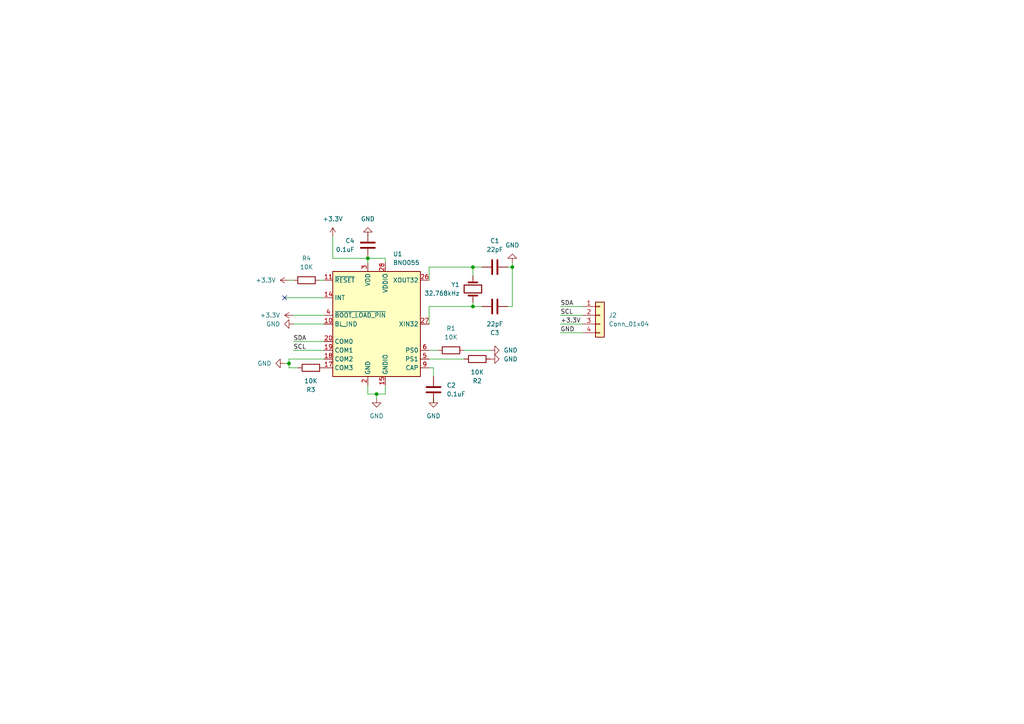
<source format=kicad_sch>
(kicad_sch (version 20230121) (generator eeschema)
  (paper "A4")
  (lib_symbols
    (symbol "Connector_Generic:Conn_01x04" (pin_names (offset 1.016) hide)
      (property "Reference" "J" (at 0 5.08 0))
      (property "Value" "Conn_01x04" (at 0 -7.62 0))
      (symbol "Conn_01x04_1_1"
        (rectangle (start -1.27 -4.953) (end 0 -5.207) (stroke (width 0.1524)))
        (rectangle (start -1.27 -2.413) (end 0 -2.667) (stroke (width 0.1524)))
        (rectangle (start -1.27 0.127) (end 0 -0.127) (stroke (width 0.1524)))
        (rectangle (start -1.27 2.667) (end 0 2.413) (stroke (width 0.1524)))
        (rectangle (start -1.27 3.81) (end 1.27 -6.35) (stroke (width 0.254)) (fill (type background)))
        (pin passive line (at -5.08 2.54 0) (length 3.81) (name "Pin_1") (number "1"))
        (pin passive line (at -5.08 0 0) (length 3.81) (name "Pin_2") (number "2"))
        (pin passive line (at -5.08 -2.54 0) (length 3.81) (name "Pin_3") (number "3"))
        (pin passive line (at -5.08 -5.08 0) (length 3.81) (name "Pin_4") (number "4"))
      )
    )
    (symbol "Device:C" (pin_numbers hide) (pin_names (offset 0.254))
      (property "Reference" "C" (at 0.635 2.54 0))
      (property "Value" "C" (at 0.635 -2.54 0))
      (symbol "C_0_1"
        (polyline (pts (xy -2.032 -0.762) (xy 2.032 -0.762)) (stroke (width 0.508)))
        (polyline (pts (xy -2.032 0.762) (xy 2.032 0.762)) (stroke (width 0.508)))
      )
      (symbol "C_1_1"
        (pin passive line (at 0 3.81 270) (length 2.794) (name "~") (number "1"))
        (pin passive line (at 0 -3.81 90) (length 2.794) (name "~") (number "2"))
      )
    )
    (symbol "Device:Crystal" (pin_numbers hide) (pin_names (offset 1.016) hide)
      (property "Reference" "Y" (at 0 3.81 0))
      (property "Value" "Crystal" (at 0 -3.81 0))
      (symbol "Crystal_0_1"
        (rectangle (start -1.143 2.54) (end 1.143 -2.54) (stroke (width 0.3048)))
        (polyline (pts (xy -2.54 0) (xy -1.905 0)))
        (polyline (pts (xy -1.905 -1.27) (xy -1.905 1.27)) (stroke (width 0.508)))
        (polyline (pts (xy 1.905 -1.27) (xy 1.905 1.27)) (stroke (width 0.508)))
        (polyline (pts (xy 2.54 0) (xy 1.905 0)))
      )
      (symbol "Crystal_1_1"
        (pin passive line (at -3.81 0 0) (length 1.27) (name "1") (number "1"))
        (pin passive line (at 3.81 0 180) (length 1.27) (name "2") (number "2"))
      )
    )
    (symbol "Device:R" (pin_numbers hide) (pin_names (offset 0))
      (property "Reference" "R" (at 2.032 0 90))
      (property "Value" "R" (at 0 0 90))
      (symbol "R_0_1"
        (rectangle (start -1.016 -2.54) (end 1.016 2.54) (stroke (width 0.254)))
      )
      (symbol "R_1_1"
        (pin passive line (at 0 3.81 270) (length 1.27) (name "~") (number "1"))
        (pin passive line (at 0 -3.81 90) (length 1.27) (name "~") (number "2"))
      )
    )
    (symbol "Sensor_Motion:BNO055"
      (property "Reference" "U" (at -11.43 16.51 0))
      (property "Value" "BNO055" (at 12.7 16.51 0))
      (symbol "BNO055_0_1"
        (rectangle (start -12.7 15.24) (end 12.7 -15.24) (stroke (width 0.254)) (fill (type background)))
      )
      (symbol "BNO055_1_1"
        (pin no_connect line (at -12.7 10.16 0) (length 2.54) hide (name "PIN1") (number "1"))
        (pin output line (at -15.24 0 0) (length 2.54) (name "BL_IND") (number "10"))
        (pin input line (at -15.24 12.7 0) (length 2.54) (name "~{RESET}") (number "11"))
        (pin no_connect line (at 12.7 10.16 180) (length 2.54) hide (name "PIN12") (number "12"))
        (pin no_connect line (at 12.7 7.62 180) (length 2.54) hide (name "PIN13") (number "13"))
        (pin output line (at -15.24 7.62 0) (length 2.54) (name "INT") (number "14"))
        (pin power_in line (at 2.54 -17.78 90) (length 2.54) (name "GNDIO") (number "15"))
        (pin passive line (at 2.54 -17.78 90) (length 2.54) hide (name "GNDIO") (number "16"))
        (pin input line (at -15.24 -12.7 0) (length 2.54) (name "COM3") (number "17"))
        (pin passive line (at -15.24 -10.16 0) (length 2.54) (name "COM2") (number "18"))
        (pin bidirectional line (at -15.24 -7.62 0) (length 2.54) (name "COM1") (number "19"))
        (pin power_in line (at -2.54 -17.78 90) (length 2.54) (name "GND") (number "2"))
        (pin bidirectional line (at -15.24 -5.08 0) (length 2.54) (name "COM0") (number "20"))
        (pin no_connect line (at 12.7 5.08 180) (length 2.54) hide (name "PIN21") (number "21"))
        (pin no_connect line (at 12.7 2.54 180) (length 2.54) hide (name "PIN22") (number "22"))
        (pin no_connect line (at 12.7 -2.54 180) (length 2.54) hide (name "PIN23") (number "23"))
        (pin no_connect line (at 12.7 -5.08 180) (length 2.54) hide (name "PIN24") (number "24"))
        (pin passive line (at 2.54 -17.78 90) (length 2.54) hide (name "GNDIO") (number "25"))
        (pin output line (at 15.24 12.7 180) (length 2.54) (name "XOUT32") (number "26"))
        (pin input line (at 15.24 0 180) (length 2.54) (name "XIN32") (number "27"))
        (pin power_in line (at 2.54 17.78 270) (length 2.54) (name "VDDIO") (number "28"))
        (pin power_in line (at -2.54 17.78 270) (length 2.54) (name "VDD") (number "3"))
        (pin input line (at -15.24 2.54 0) (length 2.54) (name "~{BOOT_LOAD_PIN}") (number "4"))
        (pin input line (at 15.24 -10.16 180) (length 2.54) (name "PS1") (number "5"))
        (pin input line (at 15.24 -7.62 180) (length 2.54) (name "PS0") (number "6"))
        (pin no_connect line (at -12.7 5.08 0) (length 2.54) hide (name "PIN7") (number "7"))
        (pin no_connect line (at -12.7 -2.54 0) (length 2.54) hide (name "PIN8") (number "8"))
        (pin passive line (at 15.24 -12.7 180) (length 2.54) (name "CAP") (number "9"))
      )
    )
    (symbol "power:+3.3V" (power) (pin_names (offset 0))
      (property "Value" "+3.3V" (at 0 3.556 0))
      (symbol "+3.3V_0_1"
        (polyline (pts (xy -0.762 1.27) (xy 0 2.54)))
        (polyline (pts (xy 0 0) (xy 0 2.54)))
        (polyline (pts (xy 0 2.54) (xy 0.762 1.27)))
      )
      (symbol "+3.3V_1_1"
        (pin power_in line (at 0 0 90) (length 0) hide (name "+3.3V") (number "1"))
      )
    )
    (symbol "power:GND" (power) (pin_names (offset 0))
      (property "Value" "GND" (at 0 -3.81 0))
      (symbol "GND_0_1"
        (polyline (pts (xy 0 0) (xy 0 -1.27) (xy 1.27 -1.27) (xy 0 -2.54) (xy -1.27 -1.27) (xy 0 -1.27)))
      )
      (symbol "GND_1_1"
        (pin power_in line (at 0 0 270) (length 0) hide (name "GND") (number "1"))
      )
    )
  )
  (junction (at 137.16 88.9))
  (junction (at 106.68 74.93))
  (junction (at 137.16 77.47))
  (junction (at 148.59 77.47))
  (junction (at 109.22 114.3))
  (junction (at 83.82 105.41))
  (no_connect (at 82.55 86.36))
  (wire (pts (xy 134.62 101.6) (xy 142.24 101.6)))
  (wire (pts (xy 148.59 77.47) (xy 147.32 77.47)))
  (wire (pts (xy 85.09 81.28) (xy 83.82 81.28)))
  (wire (pts (xy 124.46 88.9) (xy 137.16 88.9)))
  (wire (pts (xy 137.16 87.63) (xy 137.16 88.9)))
  (wire (pts (xy 82.55 86.36) (xy 93.98 86.36)))
  (wire (pts (xy 93.98 101.6) (xy 85.09 101.6)))
  (wire (pts (xy 93.98 104.14) (xy 83.82 104.14)))
  (wire (pts (xy 106.68 67.31) (xy 106.68 68.58)))
  (wire (pts (xy 124.46 77.47) (xy 124.46 81.28)))
  (wire (pts (xy 124.46 101.6) (xy 127 101.6)))
  (wire (pts (xy 162.56 96.52) (xy 168.91 96.52)))
  (wire (pts (xy 86.36 106.68) (xy 83.82 106.68)))
  (wire (pts (xy 82.55 105.41) (xy 83.82 105.41)))
  (wire (pts (xy 85.09 93.98) (xy 93.98 93.98)))
  (wire (pts (xy 139.7 77.47) (xy 137.16 77.47)))
  (wire (pts (xy 85.09 91.44) (xy 93.98 91.44)))
  (wire (pts (xy 139.7 88.9) (xy 137.16 88.9)))
  (wire (pts (xy 109.22 114.3) (xy 109.22 115.57)))
  (wire (pts (xy 125.73 106.68) (xy 125.73 109.22)))
  (wire (pts (xy 124.46 106.68) (xy 125.73 106.68)))
  (wire (pts (xy 124.46 88.9) (xy 124.46 93.98)))
  (wire (pts (xy 92.71 81.28) (xy 93.98 81.28)))
  (wire (pts (xy 106.68 111.76) (xy 106.68 114.3)))
  (wire (pts (xy 106.68 74.93) (xy 111.76 74.93)))
  (wire (pts (xy 96.52 74.93) (xy 106.68 74.93)))
  (wire (pts (xy 124.46 77.47) (xy 137.16 77.47)))
  (wire (pts (xy 125.73 116.84) (xy 125.73 115.57)))
  (wire (pts (xy 162.56 91.44) (xy 168.91 91.44)))
  (wire (pts (xy 148.59 77.47) (xy 148.59 88.9)))
  (wire (pts (xy 111.76 114.3) (xy 111.76 111.76)))
  (wire (pts (xy 148.59 76.2) (xy 148.59 77.47)))
  (wire (pts (xy 109.22 114.3) (xy 111.76 114.3)))
  (wire (pts (xy 83.82 105.41) (xy 83.82 104.14)))
  (wire (pts (xy 85.09 99.06) (xy 93.98 99.06)))
  (wire (pts (xy 148.59 88.9) (xy 147.32 88.9)))
  (wire (pts (xy 137.16 77.47) (xy 137.16 80.01)))
  (wire (pts (xy 106.68 74.93) (xy 106.68 76.2)))
  (wire (pts (xy 96.52 68.58) (xy 96.52 74.93)))
  (wire (pts (xy 162.56 88.9) (xy 168.91 88.9)))
  (wire (pts (xy 106.68 114.3) (xy 109.22 114.3)))
  (wire (pts (xy 111.76 74.93) (xy 111.76 76.2)))
  (wire (pts (xy 162.56 93.98) (xy 168.91 93.98)))
  (wire (pts (xy 83.82 106.68) (xy 83.82 105.41)))
  (wire (pts (xy 124.46 104.14) (xy 134.62 104.14)))
  (label "+3.3V" (at 162.56 93.98 0))
  (label "GND" (at 162.56 96.52 0))
  (label "SDA" (at 85.09 99.06 0))
  (label "SCL" (at 162.56 91.44 0))
  (label "SDA" (at 162.56 88.9 0))
  (label "SCL" (at 85.09 101.6 0))
  (symbol (lib_id "Device:C") (at 143.51 88.9 270) (mirror x) (unit 1)
    (property "Reference" "C3" (at 143.51 96.52 90))
    (property "Value" "22pF" (at 143.51 93.98 90))
    (property "Footprint" "Capacitor_SMD:C_0805_2012Metric" (effects hide))
  )
  (symbol (lib_id "Sensor_Motion:BNO055") (at 109.22 93.98 0) (unit 1)
    (property "Reference" "U1" (at 113.9541 73.66 0) (effects (justify left)))
    (property "Value" "BNO055" (at 113.9541 76.2 0) (effects (justify left)))
    (property "Footprint" "Package_LGA:LGA-28_5.2x3.8mm_P0.5mm" (effects hide))
    (property "Datasheet" "https://www.bosch-sensortec.com/media/boschsensortec/downloads/datasheets/bst-bno055-ds000.pdf" (effects hide))
  )
  (symbol (lib_id "power:GND") (at 85.09 93.98 270) (unit 1)
    (property "Reference" "#PWR04" (effects hide))
    (property "Value" "GND" (at 81.28 93.98 90) (effects (justify right)))
  )
  (symbol (lib_id "Device:Crystal") (at 137.16 83.82 90) (mirror x) (unit 1)
    (property "Reference" "Y1" (at 133.35 82.55 90) (effects (justify left)))
    (property "Value" "32.768kHz" (at 133.35 85.09 90) (effects (justify left)))
    (property "Footprint" "Crystal:Crystal_SMD_MicroCrystal_CC7V-T1A-2Pin_3.2x1.5mm" (effects hide))
  )
  (symbol (lib_id "power:GND") (at 148.59 76.2 180) (unit 1)
    (property "Reference" "#PWR02" (effects hide))
    (property "Value" "GND" (at 148.59 71.12 0))
  )
  (symbol (lib_id "Device:R") (at 90.17 106.68 90) (mirror x) (unit 1)
    (property "Reference" "R3" (at 90.17 113.03 90))
    (property "Value" "10K" (at 90.17 110.49 90))
    (property "Footprint" "Resistor_SMD:R_0805_2012Metric" (effects hide))
  )
  (symbol (lib_id "Device:C") (at 125.73 113.03 0) (unit 1)
    (property "Reference" "C2" (at 129.54 111.76 0) (effects (justify left)))
    (property "Value" "0.1uF" (at 129.54 114.3 0) (effects (justify left)))
    (property "Footprint" "Capacitor_SMD:C_0805_2012Metric" (effects hide))
  )
  (symbol (lib_id "power:GND") (at 142.24 104.14 90) (unit 1)
    (property "Reference" "#PWR06" (effects hide))
    (property "Value" "GND" (at 146.05 104.14 90) (effects (justify right)))
  )
  (symbol (lib_id "Device:C") (at 143.51 77.47 90) (unit 1)
    (property "Reference" "C1" (at 143.51 69.85 90))
    (property "Value" "22pF" (at 143.51 72.39 90))
    (property "Footprint" "Capacitor_SMD:C_0805_2012Metric" (effects hide))
  )
  (symbol (lib_id "power:GND") (at 125.73 115.57 0) (unit 1)
    (property "Reference" "#PWR01" (effects hide))
    (property "Value" "GND" (at 125.73 120.65 0))
  )
  (symbol (lib_id "power:+3.3V") (at 83.82 81.28 90) (unit 1)
    (property "Reference" "#PWR011" (effects hide))
    (property "Value" "+3.3V" (at 80.01 81.28 90) (effects (justify left)))
  )
  (symbol (lib_id "power:GND") (at 106.68 68.58 180) (unit 1)
    (property "Reference" "#PWR07" (effects hide))
    (property "Value" "GND" (at 106.68 63.5 0))
  )
  (symbol (lib_id "power:GND") (at 109.22 115.57 0) (unit 1)
    (property "Reference" "#PWR03" (effects hide))
    (property "Value" "GND" (at 109.22 120.65 0))
  )
  (symbol (lib_id "Device:R") (at 138.43 104.14 270) (mirror x) (unit 1)
    (property "Reference" "R2" (at 138.43 110.49 90))
    (property "Value" "10K" (at 138.43 107.95 90))
    (property "Footprint" "Resistor_SMD:R_0805_2012Metric" (effects hide))
  )
  (symbol (lib_id "Connector_Generic:Conn_01x04") (at 173.99 91.44 0) (unit 1)
    (property "Reference" "J2" (at 176.53 91.44 0) (effects (justify left)))
    (property "Value" "Conn_01x04" (at 176.53 93.98 0) (effects (justify left)))
    (property "Footprint" "Connector_PinHeader_2.54mm:PinHeader_1x04_P2.54mm_Vertical" (effects hide))
  )
  (symbol (lib_id "power:+3.3V") (at 85.09 91.44 90) (unit 1)
    (property "Reference" "#PWR09" (effects hide))
    (property "Value" "+3.3V" (at 81.28 91.44 90) (effects (justify left)))
  )
  (symbol (lib_id "Device:R") (at 130.81 101.6 270) (unit 1)
    (property "Reference" "R1" (at 130.81 95.25 90))
    (property "Value" "10K" (at 130.81 97.79 90))
    (property "Footprint" "Resistor_SMD:R_0805_2012Metric" (effects hide))
  )
  (symbol (lib_id "Device:R") (at 88.9 81.28 270) (unit 1)
    (property "Reference" "R4" (at 88.9 74.93 90))
    (property "Value" "10K" (at 88.9 77.47 90))
    (property "Footprint" "Resistor_SMD:R_0805_2012Metric" (effects hide))
  )
  (symbol (lib_id "power:GND") (at 142.24 101.6 90) (unit 1)
    (property "Reference" "#PWR05" (effects hide))
    (property "Value" "GND" (at 146.05 101.6 90) (effects (justify right)))
  )
  (symbol (lib_id "power:+3.3V") (at 96.52 68.58 0) (unit 1)
    (property "Reference" "#PWR08" (effects hide))
    (property "Value" "+3.3V" (at 96.52 63.5 0))
  )
  (symbol (lib_id "Device:C") (at 106.68 71.12 0) (unit 1)
    (property "Reference" "C4" (at 102.87 69.85 0) (effects (justify right)))
    (property "Value" "0.1uF" (at 102.87 72.39 0) (effects (justify right)))
    (property "Footprint" "Capacitor_SMD:C_0805_2012Metric" (effects hide))
  )
  (symbol (lib_id "power:GND") (at 82.55 105.41 270) (unit 1)
    (property "Reference" "#PWR010" (effects hide))
    (property "Value" "GND" (at 78.74 105.41 90) (effects (justify right)))
  )
)
</source>
